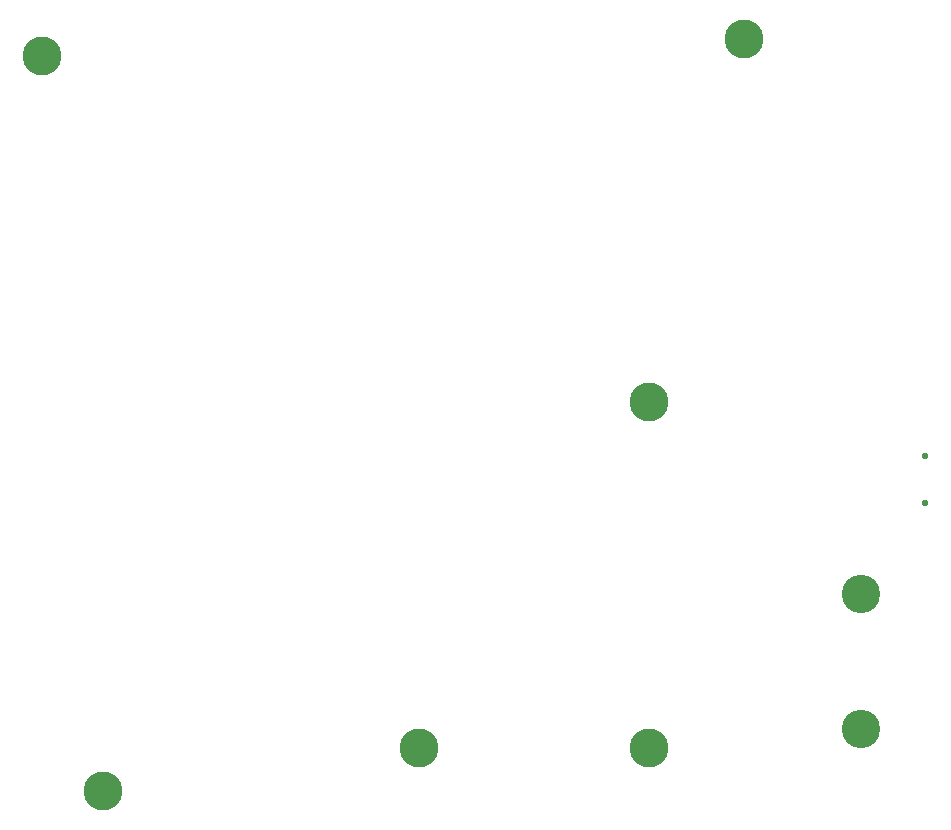
<source format=gbr>
%TF.GenerationSoftware,Altium Limited,Altium Designer,23.2.1 (34)*%
G04 Layer_Color=0*
%FSLAX45Y45*%
%MOMM*%
%TF.SameCoordinates,B4074A4A-24BC-461C-81CD-CAEDFDD4BDB5*%
%TF.FilePolarity,Positive*%
%TF.FileFunction,NonPlated,1,6,NPTH,Drill*%
%TF.Part,Single*%
G01*
G75*
%TA.AperFunction,ComponentDrill*%
%ADD146C,3.25000*%
%ADD147C,0.55000*%
%TA.AperFunction,OtherDrill,Pad Free-9 (188.544mm,109.296mm)*%
%ADD148C,3.30000*%
%TA.AperFunction,OtherDrill,Pad Free-9 (134.264mm,45.644mm)*%
%ADD149C,3.30000*%
%TA.AperFunction,OtherDrill,Pad Free-9 (161.011mm,49.249mm)*%
%ADD150C,3.30000*%
%TA.AperFunction,OtherDrill,Pad Free-9 (180.467mm,78.588mm)*%
%ADD151C,3.30000*%
%TA.AperFunction,OtherDrill,Pad Free-9 (129.083mm,107.874mm)*%
%ADD152C,3.30000*%
%TA.AperFunction,OtherDrill,Pad Free-9 (180.467mm,49.249mm)*%
%ADD153C,3.30000*%
D146*
X19841998Y5083498D02*
D03*
Y6226498D02*
D03*
D147*
X20386600Y7002602D02*
D03*
Y7402603D02*
D03*
D148*
X18854420Y10929620D02*
D03*
D149*
X13426440Y4564380D02*
D03*
D150*
X16101060Y4924913D02*
D03*
D151*
X18046700Y7858760D02*
D03*
D152*
X12908279Y10787380D02*
D03*
D153*
X18046700Y4924913D02*
D03*
%TF.MD5,29d93e2963748ea50ec0da01a08db756*%
M02*

</source>
